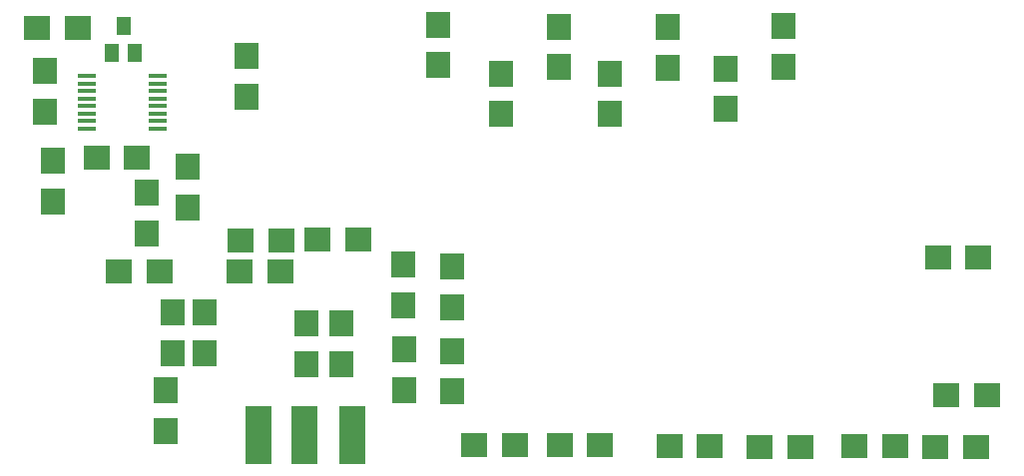
<source format=gbr>
G04 EAGLE Gerber RS-274X export*
G75*
%MOMM*%
%FSLAX34Y34*%
%LPD*%
%INSolderpaste Bottom*%
%IPPOS*%
%AMOC8*
5,1,8,0,0,1.08239X$1,22.5*%
G01*
%ADD10R,2.000000X2.200000*%
%ADD11R,2.200000X2.000000*%
%ADD12R,1.500000X0.406400*%
%ADD13R,2.200000X5.000000*%
%ADD14R,1.143000X1.524000*%


D10*
X275000Y465000D03*
X275000Y430500D03*
D11*
X537000Y419000D03*
X571500Y419000D03*
X702500Y417500D03*
X737000Y417500D03*
X963000Y417000D03*
X928500Y417000D03*
X270400Y566150D03*
X235900Y566150D03*
D10*
X173250Y735800D03*
X173250Y701300D03*
D11*
X338000Y566150D03*
X372500Y566150D03*
D10*
X281400Y496850D03*
X281400Y531350D03*
D11*
X216700Y662150D03*
X251200Y662150D03*
D10*
X518500Y570000D03*
X518500Y535500D03*
D12*
X268678Y731725D03*
X268678Y725375D03*
X268678Y719025D03*
X268678Y712675D03*
X268678Y706325D03*
X268678Y699975D03*
X268678Y693625D03*
X268678Y687275D03*
X208322Y687275D03*
X208322Y693625D03*
X208322Y699975D03*
X208322Y706325D03*
X208322Y712675D03*
X208322Y719025D03*
X208322Y725375D03*
X208322Y731725D03*
D10*
X308000Y496500D03*
X308000Y531000D03*
X259100Y632600D03*
X259100Y598100D03*
X518500Y498500D03*
X518500Y464000D03*
D11*
X438500Y593000D03*
X404000Y593000D03*
X964800Y577400D03*
X930300Y577400D03*
X937500Y461000D03*
X972000Y461000D03*
D10*
X477500Y465500D03*
X477500Y500000D03*
X477000Y571500D03*
X477000Y537000D03*
D11*
X609500Y418500D03*
X644000Y418500D03*
D10*
X344300Y748700D03*
X344300Y714200D03*
X506200Y775450D03*
X506200Y740950D03*
X701150Y773150D03*
X701150Y738650D03*
X651850Y733950D03*
X651850Y699450D03*
X750150Y703700D03*
X750150Y738200D03*
X799400Y774250D03*
X799400Y739750D03*
X559500Y733950D03*
X559500Y699450D03*
X608600Y773800D03*
X608600Y739300D03*
D11*
X779000Y417000D03*
X813500Y417000D03*
X894000Y417500D03*
X859500Y417500D03*
X201000Y772500D03*
X166500Y772500D03*
D10*
X179400Y659600D03*
X179400Y625100D03*
D11*
X339000Y592500D03*
X373500Y592500D03*
D10*
X294050Y620200D03*
X294050Y654700D03*
X424600Y521900D03*
X424600Y487400D03*
X395000Y522000D03*
X395000Y487500D03*
D13*
X353800Y427000D03*
X392800Y427000D03*
X433800Y427000D03*
D14*
X249256Y751420D03*
X229952Y751420D03*
X239604Y774280D03*
M02*

</source>
